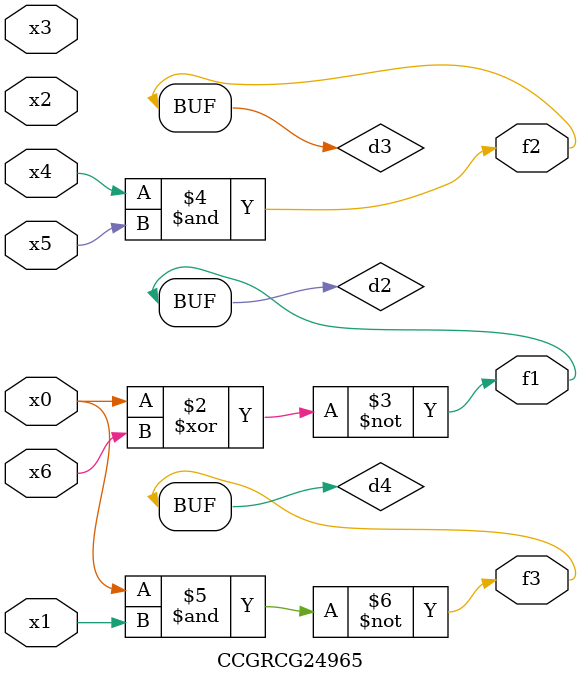
<source format=v>
module CCGRCG24965(
	input x0, x1, x2, x3, x4, x5, x6,
	output f1, f2, f3
);

	wire d1, d2, d3, d4;

	nor (d1, x0);
	xnor (d2, x0, x6);
	and (d3, x4, x5);
	nand (d4, x0, x1);
	assign f1 = d2;
	assign f2 = d3;
	assign f3 = d4;
endmodule

</source>
